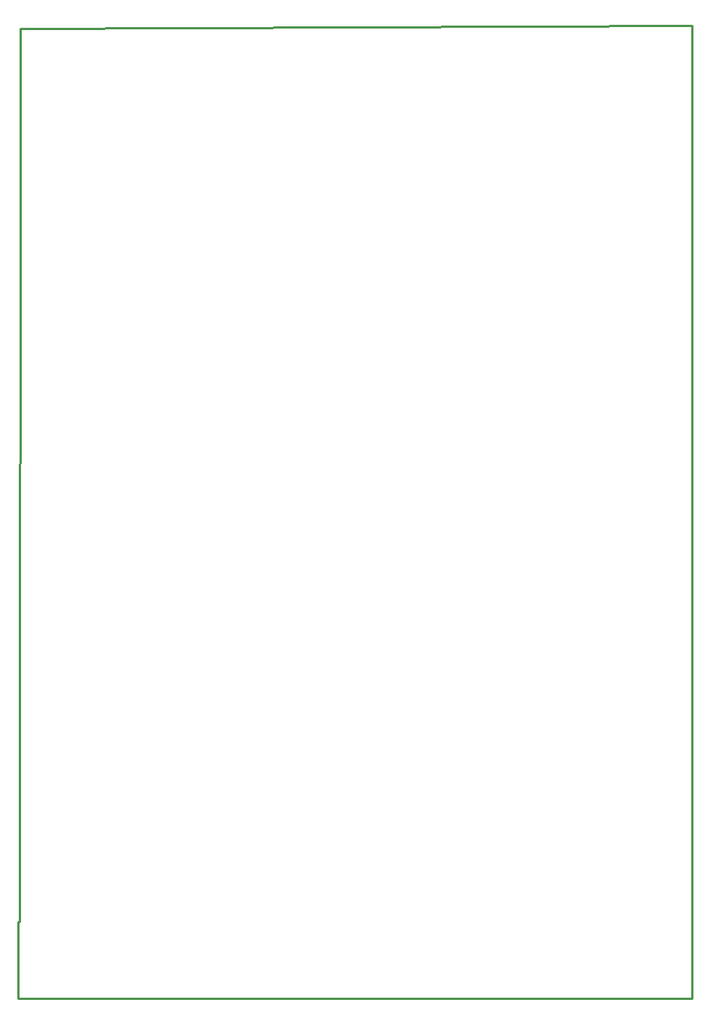
<source format=gko>
G04 Layer: BoardOutlineLayer*
G04 EasyEDA v6.5.48, 2025-03-27 00:42:13*
G04 263b490ed21644e2b7ecd1de9e176e96,d43077cf4c39487bac85c1b17e246763,10*
G04 Gerber Generator version 0.2*
G04 Scale: 100 percent, Rotated: No, Reflected: No *
G04 Dimensions in millimeters *
G04 leading zeros omitted , absolute positions ,4 integer and 5 decimal *
%FSLAX45Y45*%
%MOMM*%

%ADD10C,0.2540*%
D10*
X1308100Y9537700D02*
G01*
X8877300Y9575800D01*
X8877300Y-1384300D01*
X1282700Y-1384300D01*
X1282700Y-520700D01*
X1308100Y9321800D02*
G01*
X1308100Y9537700D01*
X1295400Y-330200D01*
X1295400Y-520700D01*

%LPD*%
M02*

</source>
